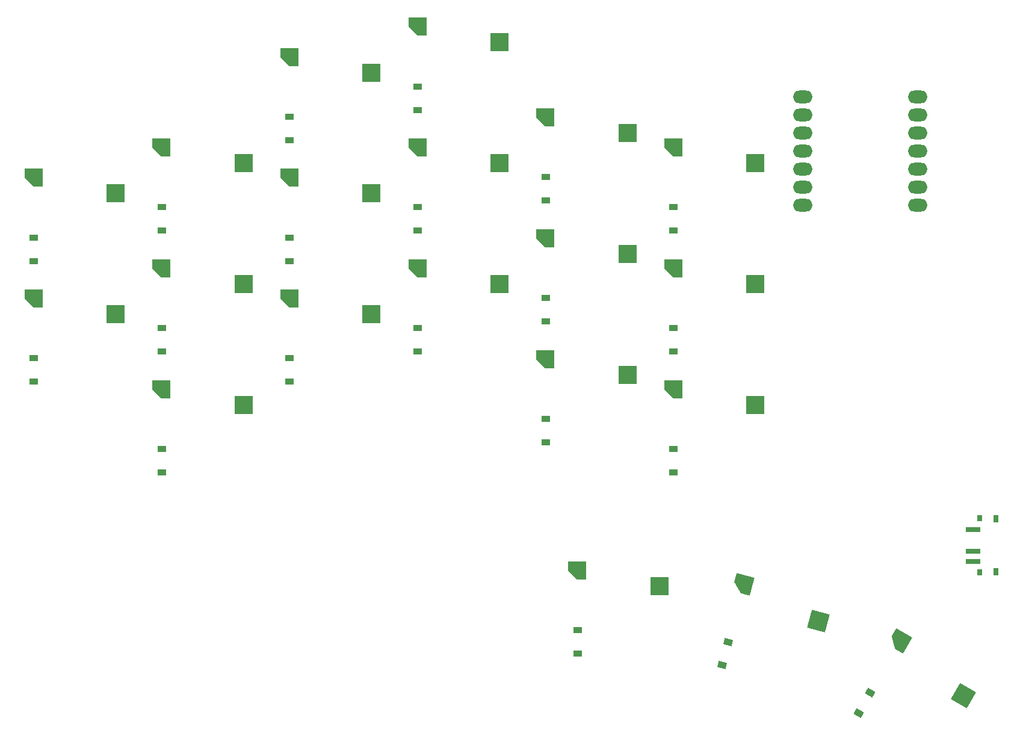
<source format=gbp>
G04 #@! TF.GenerationSoftware,KiCad,Pcbnew,(6.0.5-0)*
G04 #@! TF.CreationDate,2023-02-07T22:55:57+01:00*
G04 #@! TF.ProjectId,awokb,61776f6b-622e-46b6-9963-61645f706362,rev?*
G04 #@! TF.SameCoordinates,Original*
G04 #@! TF.FileFunction,Paste,Bot*
G04 #@! TF.FilePolarity,Positive*
%FSLAX46Y46*%
G04 Gerber Fmt 4.6, Leading zero omitted, Abs format (unit mm)*
G04 Created by KiCad (PCBNEW (6.0.5-0)) date 2023-02-07 22:55:57*
%MOMM*%
%LPD*%
G01*
G04 APERTURE LIST*
G04 Aperture macros list*
%AMRotRect*
0 Rectangle, with rotation*
0 The origin of the aperture is its center*
0 $1 length*
0 $2 width*
0 $3 Rotation angle, in degrees counterclockwise*
0 Add horizontal line*
21,1,$1,$2,0,0,$3*%
%AMOutline5P*
0 Free polygon, 5 corners , with rotation*
0 The origin of the aperture is its center*
0 number of corners: always 5*
0 $1 to $10 corner X, Y*
0 $11 Rotation angle, in degrees counterclockwise*
0 create outline with 5 corners*
4,1,5,$1,$2,$3,$4,$5,$6,$7,$8,$9,$10,$1,$2,$11*%
%AMOutline6P*
0 Free polygon, 6 corners , with rotation*
0 The origin of the aperture is its center*
0 number of corners: always 6*
0 $1 to $12 corner X, Y*
0 $13 Rotation angle, in degrees counterclockwise*
0 create outline with 6 corners*
4,1,6,$1,$2,$3,$4,$5,$6,$7,$8,$9,$10,$11,$12,$1,$2,$13*%
%AMOutline7P*
0 Free polygon, 7 corners , with rotation*
0 The origin of the aperture is its center*
0 number of corners: always 7*
0 $1 to $14 corner X, Y*
0 $15 Rotation angle, in degrees counterclockwise*
0 create outline with 7 corners*
4,1,7,$1,$2,$3,$4,$5,$6,$7,$8,$9,$10,$11,$12,$13,$14,$1,$2,$15*%
%AMOutline8P*
0 Free polygon, 8 corners , with rotation*
0 The origin of the aperture is its center*
0 number of corners: always 8*
0 $1 to $16 corner X, Y*
0 $17 Rotation angle, in degrees counterclockwise*
0 create outline with 8 corners*
4,1,8,$1,$2,$3,$4,$5,$6,$7,$8,$9,$10,$11,$12,$13,$14,$15,$16,$1,$2,$17*%
G04 Aperture macros list end*
%ADD10RotRect,2.600000X2.600000X165.000000*%
%ADD11RotRect,0.900000X1.200000X75.000000*%
%ADD12Outline5P,-1.300000X1.300000X0.000000X1.300000X1.300000X0.000000X1.300000X-1.300000X-1.300000X-1.300000X165.000000*%
%ADD13R,2.600000X2.600000*%
%ADD14R,1.200000X0.900000*%
%ADD15Outline5P,-1.300000X1.300000X0.000000X1.300000X1.300000X0.000000X1.300000X-1.300000X-1.300000X-1.300000X180.000000*%
%ADD16RotRect,2.600000X2.600000X150.000000*%
%ADD17RotRect,0.900000X1.200000X60.000000*%
%ADD18Outline5P,-1.300000X1.300000X0.000000X1.300000X1.300000X0.000000X1.300000X-1.300000X-1.300000X-1.300000X150.000000*%
%ADD19R,2.000000X0.800000*%
%ADD20R,0.800000X1.000000*%
%ADD21R,0.800000X0.900000*%
%ADD22O,2.750000X1.800000*%
G04 APERTURE END LIST*
D10*
X140156903Y-131638509D03*
D11*
X126565827Y-137831915D03*
D12*
X129569861Y-126524112D03*
D11*
X127419929Y-134644359D03*
D13*
X95275005Y-84250000D03*
D14*
X83750005Y-93750000D03*
X83750005Y-90450000D03*
D15*
X83725005Y-82050000D03*
D13*
X77275012Y-88499994D03*
D14*
X65750012Y-97999994D03*
D15*
X65725012Y-86299994D03*
D14*
X65750012Y-94699994D03*
D13*
X95275004Y-67249994D03*
D14*
X83750004Y-76749994D03*
D15*
X83725004Y-65049994D03*
D14*
X83750004Y-73449994D03*
D13*
X59275003Y-101249998D03*
D14*
X47750003Y-110749998D03*
X47750003Y-107449998D03*
D15*
X47725003Y-99049998D03*
D13*
X113275005Y-62999995D03*
D14*
X101750005Y-72499995D03*
X101750005Y-69199995D03*
D15*
X101725005Y-60799995D03*
D13*
X131275002Y-101249992D03*
D14*
X119750002Y-110749992D03*
X119750002Y-107449992D03*
D15*
X119725002Y-99049992D03*
D13*
X113275007Y-97000004D03*
D14*
X101750007Y-106500004D03*
D15*
X101725007Y-94800004D03*
D14*
X101750007Y-103200004D03*
D13*
X95274996Y-50249992D03*
D14*
X83749996Y-59749992D03*
X83749996Y-56449992D03*
D15*
X83724996Y-48049992D03*
D13*
X117775006Y-126749998D03*
D14*
X106250006Y-136249998D03*
X106250006Y-132949998D03*
D15*
X106225006Y-124549998D03*
D13*
X131275004Y-67249988D03*
D14*
X119750004Y-76749988D03*
X119750004Y-73449988D03*
D15*
X119725004Y-65049988D03*
D13*
X41275004Y-88499997D03*
D14*
X29750004Y-97999997D03*
D15*
X29725004Y-86299997D03*
D14*
X29750004Y-94699997D03*
D16*
X160510926Y-142153298D03*
D17*
X145779983Y-144618039D03*
D18*
X151608333Y-134473042D03*
D17*
X147429983Y-141760155D03*
D13*
X59275000Y-67250000D03*
D14*
X47750000Y-76750000D03*
D15*
X47725000Y-65050000D03*
D14*
X47750000Y-73450000D03*
D13*
X77275010Y-71499988D03*
D14*
X65750010Y-80999988D03*
X65750010Y-77699988D03*
D15*
X65725010Y-69299988D03*
D13*
X131275003Y-84249993D03*
D14*
X119750003Y-93749993D03*
X119750003Y-90449993D03*
D15*
X119725003Y-82049993D03*
D13*
X113275006Y-80000002D03*
D14*
X101750006Y-89500002D03*
X101750006Y-86200002D03*
D15*
X101725006Y-77800002D03*
D13*
X41275007Y-71499997D03*
D14*
X29750007Y-80999997D03*
D15*
X29725007Y-69299997D03*
D14*
X29750007Y-77699997D03*
D19*
X161900000Y-121823000D03*
D20*
X165125000Y-117250000D03*
D21*
X162875000Y-117200000D03*
X162875000Y-124800000D03*
D20*
X165125000Y-124750000D03*
D19*
X161900000Y-123323000D03*
X161900000Y-118823000D03*
D13*
X77275006Y-54499999D03*
D14*
X65750006Y-63999999D03*
X65750006Y-60699999D03*
D15*
X65725006Y-52299999D03*
D22*
X154094960Y-57880000D03*
X154094960Y-60420000D03*
X154094960Y-62960000D03*
X154094960Y-65500000D03*
X154094960Y-68040000D03*
X154094960Y-70580000D03*
X154094960Y-73120000D03*
X137905040Y-73120000D03*
X137905040Y-70580000D03*
X137905040Y-68040000D03*
X137905040Y-65500000D03*
X137905040Y-62960000D03*
X137905040Y-60420000D03*
X137905040Y-57880000D03*
D13*
X59275006Y-84250000D03*
D14*
X47750006Y-93750000D03*
D15*
X47725006Y-82050000D03*
D14*
X47750006Y-90450000D03*
M02*

</source>
